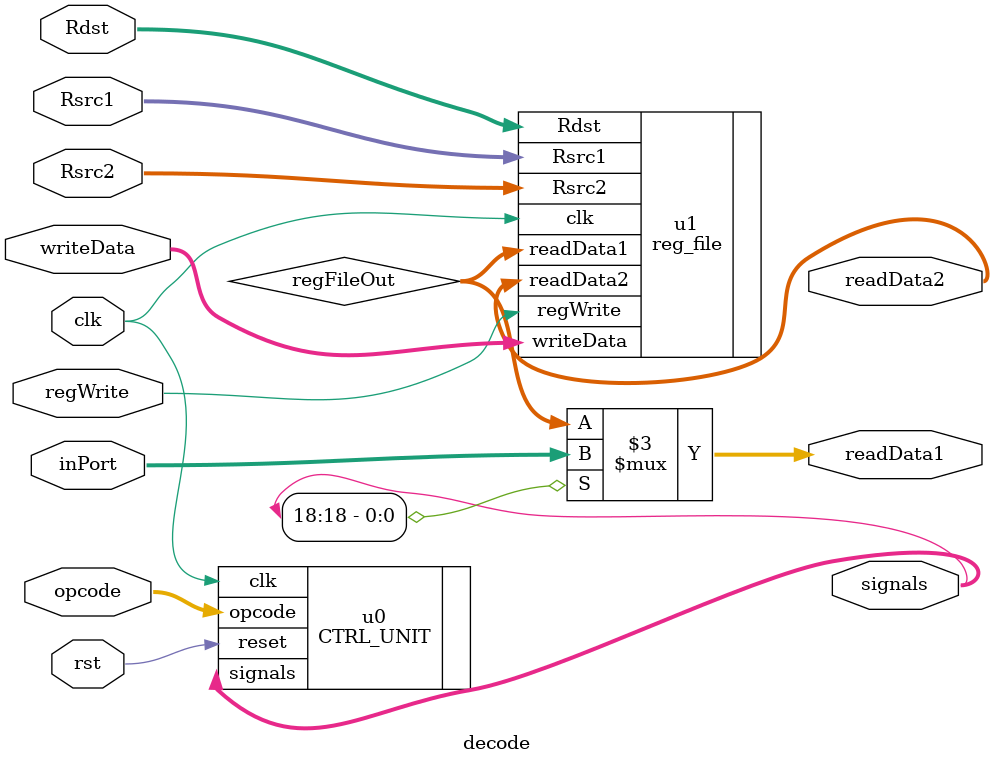
<source format=v>
module decode(
    clk,
    rst,
    opcode,
    regWrite,
    Rsrc1,
    Rsrc2,
    Rdst,
    writeData,
    inPort,
    signals,
    readData1,
    readData2,
);
    input clk;
    input rst;
    input regWrite;
    input [2:0] Rsrc1;
    input [2:0] Rsrc2;
    input [2:0] Rdst;
    input [6:0] opcode;
    input [15:0] writeData;
    input [15:0] inPort;
    output [23:0] signals;
    output reg [15:0] readData1;
    output [15:0] readData2;
        
    wire [15:0] regFileOut;
    CTRL_UNIT u0(.clk(clk),.opcode(opcode),.reset(rst),.signals(signals));
    reg_file  u1(.clk(clk),.regWrite(regWrite),.writeData(writeData),.Rsrc1(Rsrc1),.Rsrc2(Rsrc2),.Rdst(Rdst),.readData1(regFileOut),.readData2(readData2));

    always @(*) 
    begin: decode_unit_op
        if(signals[18]) //  detect if output is from in Register or register file
            readData1 = inPort;
        else
            readData1 = regFileOut;
    end// decode_unit_op
endmodule
</source>
